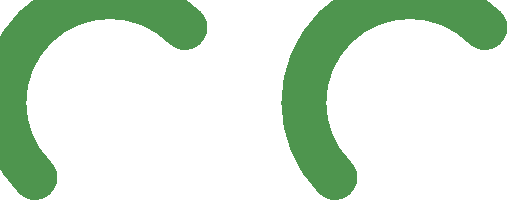
<source format=gbr>
%FSLAX34Y34*%
%MOIN*%
%ADD10C,0.15*%
D10*
G75*
X-2500Y2500D02*
G03*
X-7500Y-2500I-2500J-2500D01*
X2500Y-2500D02*
G02*
X7500Y2500I2500J2500D01*
M02*

</source>
